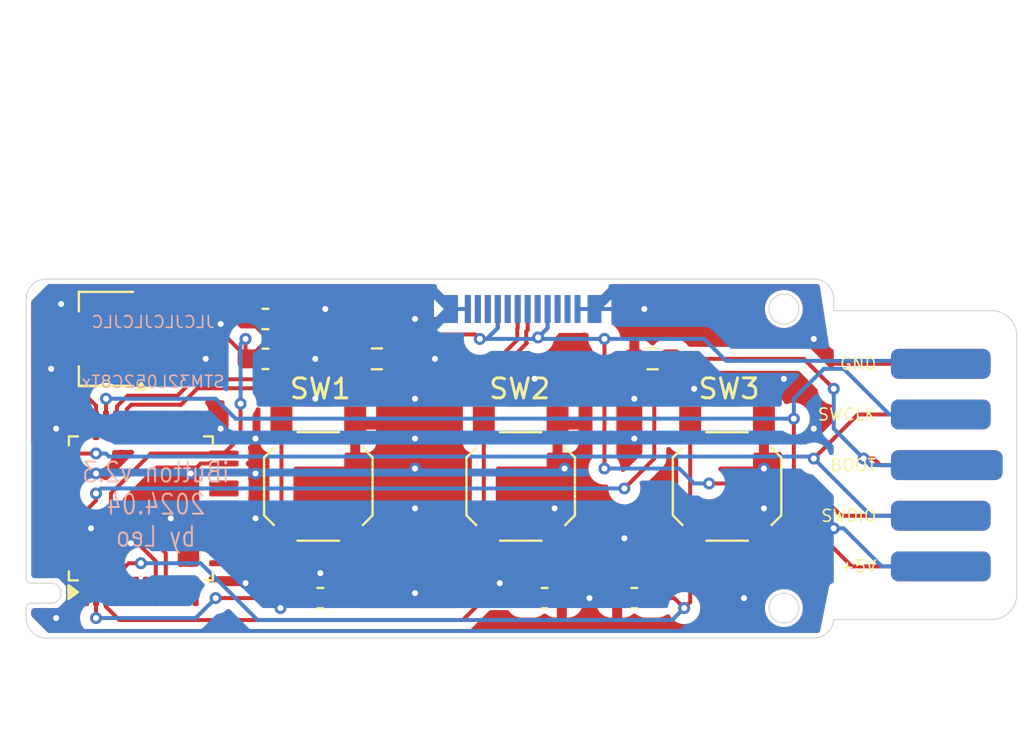
<source format=kicad_pcb>
(kicad_pcb (version 20240108) (generator "pcbnew") (generator_version "8.0")
  (layers (0 "F.Cu" signal) (31 "B.Cu" signal) (34 "B.Paste" user) (35 "F.Paste" user) (36 "B.SilkS" user "B.Silkscreen") (37 "F.SilkS" user "F.Silkscreen") (38 "B.Mask" user) (39 "F.Mask" user) (44 "Edge.Cuts" user))
  (net 0 "")
  (net 1 "/SWDIO")
  (net 2 "GND")
  (net 3 "+3.3V")
  (net 4 "/Boot")
  (net 5 "/SWCLK")
  (net 11 "/Btn1")
  (net 21 "/Btn2")
  (net 31 "/Btn3")
  (net 41 "+5V")
  (net 42 "/D-")
  (net 43 "/D+")
  (footprint "Package_QFP:LQFP-48_7x7mm_P0.5mm" (layer "F.Cu") (at 62.75 39 90)
    (property "Reference" "U1")
    (property "Value" "STM32L052C8Tx")
    (fp_line (start 3.61 -3.61) (end 3.61 -3.16) (stroke (width 0.12)) (layer "F.SilkS"))
    (fp_line (start 3.16 -3.61) (end 3.61 -3.61) (stroke (width 0.12)) (layer "F.SilkS"))
    (fp_line (start -3.16 -3.61) (end -3.61 -3.61) (stroke (width 0.12)) (layer "F.SilkS"))
    (fp_line (start -3.61 -3.61) (end -3.61 -3.16) (stroke (width 0.12)) (layer "F.SilkS"))
    (fp_line (start 3.61 3.61) (end 3.61 3.16) (stroke (width 0.12)) (layer "F.SilkS"))
    (fp_line (start 3.16 3.61) (end 3.61 3.61) (stroke (width 0.12)) (layer "F.SilkS"))
    (fp_line (start -3.16 3.61) (end -3.61 3.61) (stroke (width 0.12)) (layer "F.SilkS"))
    (fp_line (start -3.61 3.61) (end -3.61 3.16) (stroke (width 0.12)) (layer "F.SilkS"))
    (fp_poly (pts (xy -4.2 -3.16) (xy -4.54 -3.63) (xy -3.86 -3.63) (xy -4.2 -3.16)) (stroke (width 0.12)) (fill solid) (layer "F.SilkS"))
    (pad "1" smd roundrect (at -4.1625 -2.75 90) (size 1.475 0.3) (layers "F.Cu" "F.Paste" "F.Mask") (net 3 "+3.3V"))
    (pad "2" smd roundrect (at -4.1625 -2.25 90) (size 1.475 0.3) (layers "F.Cu" "F.Paste" "F.Mask") (net 11 "/Btn1"))
    (pad "3" smd roundrect (at -4.1625 -1.75 90) (size 1.475 0.3) (layers "F.Cu" "F.Paste" "F.Mask") (net 21 "/Btn2"))
    (pad "4" smd roundrect (at -4.1625 -1.25 90) (size 1.475 0.3) (layers "F.Cu" "F.Paste" "F.Mask") (net 31 "/Btn3"))
    (pad "5" smd roundrect (at -4.1625 -0.75 90) (size 1.475 0.3) (layers "F.Cu" "F.Paste" "F.Mask"))
    (pad "6" smd roundrect (at -4.1625 -0.25 90) (size 1.475 0.3) (layers "F.Cu" "F.Paste" "F.Mask"))
    (pad "7" smd roundrect (at -4.1625 0.25 90) (size 1.475 0.3) (layers "F.Cu" "F.Paste" "F.Mask"))
    (pad "8" smd roundrect (at -4.1625 0.75 90) (size 1.475 0.3) (layers "F.Cu" "F.Paste" "F.Mask") (net 2 "GND"))
    (pad "9" smd roundrect (at -4.1625 1.25 90) (size 1.475 0.3) (layers "F.Cu" "F.Paste" "F.Mask") (net 3 "+3.3V"))
    (pad "10" smd roundrect (at -4.1625 1.75 90) (size 1.475 0.3) (layers "F.Cu" "F.Paste" "F.Mask"))
    (pad "11" smd roundrect (at -4.1625 2.25 90) (size 1.475 0.3) (layers "F.Cu" "F.Paste" "F.Mask"))
    (pad "12" smd roundrect (at -4.1625 2.75 90) (size 1.475 0.3) (layers "F.Cu" "F.Paste" "F.Mask"))
    (pad "13" smd roundrect (at -2.75 4.1625 90) (size 0.3 1.475) (layers "F.Cu" "F.Paste" "F.Mask"))
    (pad "14" smd roundrect (at -2.25 4.1625 90) (size 0.3 1.475) (layers "F.Cu" "F.Paste" "F.Mask"))
    (pad "15" smd roundrect (at -1.75 4.1625 90) (size 0.3 1.475) (layers "F.Cu" "F.Paste" "F.Mask"))
    (pad "16" smd roundrect (at -1.25 4.1625 90) (size 0.3 1.475) (layers "F.Cu" "F.Paste" "F.Mask"))
    (pad "17" smd roundrect (at -0.75 4.1625 90) (size 0.3 1.475) (layers "F.Cu" "F.Paste" "F.Mask"))
    (pad "18" smd roundrect (at -0.25 4.1625 90) (size 0.3 1.475) (layers "F.Cu" "F.Paste" "F.Mask"))
    (pad "19" smd roundrect (at 0.25 4.1625 90) (size 0.3 1.475) (layers "F.Cu" "F.Paste" "F.Mask"))
    (pad "20" smd roundrect (at 0.75 4.1625 90) (size 0.3 1.475) (layers "F.Cu" "F.Paste" "F.Mask"))
    (pad "21" smd roundrect (at 1.25 4.1625 90) (size 0.3 1.475) (layers "F.Cu" "F.Paste" "F.Mask"))
    (pad "22" smd roundrect (at 1.75 4.1625 90) (size 0.3 1.475) (layers "F.Cu" "F.Paste" "F.Mask"))
    (pad "23" smd roundrect (at 2.25 4.1625 90) (size 0.3 1.475) (layers "F.Cu" "F.Paste" "F.Mask") (net 2 "GND"))
    (pad "24" smd roundrect (at 2.75 4.1625 90) (size 0.3 1.475) (layers "F.Cu" "F.Paste" "F.Mask") (net 3 "+3.3V"))
    (pad "25" smd roundrect (at 4.1625 2.75 90) (size 1.475 0.3) (layers "F.Cu" "F.Paste" "F.Mask"))
    (pad "26" smd roundrect (at 4.1625 2.25 90) (size 1.475 0.3) (layers "F.Cu" "F.Paste" "F.Mask"))
    (pad "27" smd roundrect (at 4.1625 1.75 90) (size 1.475 0.3) (layers "F.Cu" "F.Paste" "F.Mask"))
    (pad "28" smd roundrect (at 4.1625 1.25 90) (size 1.475 0.3) (layers "F.Cu" "F.Paste" "F.Mask"))
    (pad "29" smd roundrect (at 4.1625 0.75 90) (size 1.475 0.3) (layers "F.Cu" "F.Paste" "F.Mask"))
    (pad "30" smd roundrect (at 4.1625 0.25 90) (size 1.475 0.3) (layers "F.Cu" "F.Paste" "F.Mask"))
    (pad "31" smd roundrect (at 4.1625 -0.25 90) (size 1.475 0.3) (layers "F.Cu" "F.Paste" "F.Mask"))
    (pad "32" smd roundrect (at 4.1625 -0.75 90) (size 1.475 0.3) (layers "F.Cu" "F.Paste" "F.Mask") (net 42 "/D-"))
    (pad "33" smd roundrect (at 4.1625 -1.25 90) (size 1.475 0.3) (layers "F.Cu" "F.Paste" "F.Mask") (net 43 "/D+"))
    (pad "34" smd roundrect (at 4.1625 -1.75 90) (size 1.475 0.3) (layers "F.Cu" "F.Paste" "F.Mask") (net 1 "/SWDIO"))
    (pad "35" smd roundrect (at 4.1625 -2.25 90) (size 1.475 0.3) (layers "F.Cu" "F.Paste" "F.Mask") (net 2 "GND"))
    (pad "36" smd roundrect (at 4.1625 -2.75 90) (size 1.475 0.3) (layers "F.Cu" "F.Paste" "F.Mask"))
    (pad "37" smd roundrect (at 2.75 -4.1625 90) (size 0.3 1.475) (layers "F.Cu" "F.Paste" "F.Mask") (net 5 "/SWCLK"))
    (pad "38" smd roundrect (at 2.25 -4.1625 90) (size 0.3 1.475) (layers "F.Cu" "F.Paste" "F.Mask"))
    (pad "39" smd roundrect (at 1.75 -4.1625 90) (size 0.3 1.475) (layers "F.Cu" "F.Paste" "F.Mask"))
    (pad "40" smd roundrect (at 1.25 -4.1625 90) (size 0.3 1.475) (layers "F.Cu" "F.Paste" "F.Mask"))
    (pad "41" smd roundrect (at 0.75 -4.1625 90) (size 0.3 1.475) (layers "F.Cu" "F.Paste" "F.Mask"))
    (pad "42" smd roundrect (at 0.25 -4.1625 90) (size 0.3 1.475) (layers "F.Cu" "F.Paste" "F.Mask"))
    (pad "43" smd roundrect (at -0.25 -4.1625 90) (size 0.3 1.475) (layers "F.Cu" "F.Paste" "F.Mask"))
    (pad "44" smd roundrect (at -0.75 -4.1625 90) (size 0.3 1.475) (layers "F.Cu" "F.Paste" "F.Mask") (net 4 "/Boot"))
    (pad "45" smd roundrect (at -1.25 -4.1625 90) (size 0.3 1.475) (layers "F.Cu" "F.Paste" "F.Mask"))
    (pad "46" smd roundrect (at -1.75 -4.1625 90) (size 0.3 1.475) (layers "F.Cu" "F.Paste" "F.Mask"))
    (pad "47" smd roundrect (at -2.25 -4.1625 90) (size 0.3 1.475) (layers "F.Cu" "F.Paste" "F.Mask") (net 2 "GND"))
    (pad "48" smd roundrect (at -2.75 -4.1625 90) (size 0.3 1.475) (layers "F.Cu" "F.Paste" "F.Mask") (net 3 "+3.3V"))
  )
  (footprint "Capacitor_SMD:C_0603_1608Metric_Pad1.08x0.95mm_HandSolder" (layer "F.Cu") (at 71.75 43.5)
    (property "Reference" "C3")
    (property "Value" "4.7uF")
    (fp_line (start -0.146267 -0.51) (end 0.146267 -0.51) (stroke (width 0.12)) (layer "F.SilkS"))
    (fp_line (start -0.146267 0.51) (end 0.146267 0.51) (stroke (width 0.12)) (layer "F.SilkS"))
    (pad "1" smd roundrect (at -0.8625 0) (size 1.075 0.95) (layers "F.Cu" "F.Paste" "F.Mask") (net 11 "/Btn1"))
    (pad "2" smd roundrect (at 0.8625 0) (size 1.075 0.95) (layers "F.Cu" "F.Paste" "F.Mask") (net 2 "GND"))
  )
  (footprint "Resistor_SMD:R_0603_1608Metric_Pad0.98x0.95mm_HandSolder" (layer "F.Cu") (at 74.5875 31.5)
    (property "Reference" "R1")
    (property "Value" "1.5k")
    (fp_line (start -0.254724 -0.5225) (end 0.254724 -0.5225) (stroke (width 0.12)) (layer "F.SilkS"))
    (fp_line (start -0.254724 0.5225) (end 0.254724 0.5225) (stroke (width 0.12)) (layer "F.SilkS"))
    (pad "1" smd roundrect (at -0.9125 0) (size 0.975 0.95) (layers "F.Cu" "F.Paste" "F.Mask") (net 3 "+3.3V"))
    (pad "2" smd roundrect (at 0.9125 0) (size 0.975 0.95) (layers "F.Cu" "F.Paste" "F.Mask") (net 43 "/D+"))
  )
  (footprint "wyw-conn:SWD5-Gold" (layer "F.Cu") (at 102.87 36.83 180)
    (property "Reference" "J2")
    (property "Value" "Conn_SWD")
    (pad "1" connect roundrect (at 0 -5.08 180) (size 5 1.5) (layers "F.Cu" "F.Mask") (net 41 "+5V"))
    (pad "2" connect roundrect (at 0 -2.54 180) (size 5 1.5) (layers "F.Cu" "F.Mask") (net 1 "/SWDIO"))
    (pad "3" connect roundrect (at -0.3 0 180) (size 5.6 1.5) (layers "F.Cu" "F.Mask") (net 4 "/Boot"))
    (pad "4" connect roundrect (at 0 2.54 180) (size 5 1.5) (layers "F.Cu" "F.Mask") (net 5 "/SWCLK"))
    (pad "5" connect roundrect (at 0 5.08 180) (size 5 1.5) (layers "F.Cu" "F.Mask") (net 2 "GND"))
  )
  (footprint "Package_TO_SOT_SMD:SOT-89-3_Handsoldering" (layer "F.Cu") (at 61 30.5 180)
    (property "Reference" "U2")
    (property "Value" "AMS1117-3.3")
    (fp_line (start 1.36 2.36) (end -1.36 2.36) (stroke (width 0.12)) (layer "F.SilkS"))
    (fp_line (start 1.36 1.38) (end 1.36 2.36) (stroke (width 0.12)) (layer "F.SilkS"))
    (fp_line (start 1.36 -1.38) (end 1.36 -2.36) (stroke (width 0.12)) (layer "F.SilkS"))
    (fp_line (start -1.22 -2.36) (end 1.36 -2.36) (stroke (width 0.12)) (layer "F.SilkS"))
    (fp_line (start -1.36 -2.36) (end 1.36 -2.36) (stroke (width 0.12)) (layer "F.SilkS"))
    (fp_poly (pts (xy -1.77 -2.21) (xy -2.01 -2.54) (xy -1.53 -2.54) (xy -1.77 -2.21)) (stroke (width 0.12)) (fill solid) (layer "F.SilkS"))
    (pad "1" smd roundrect (at -2.45 -1.5 180) (size 2.3 0.9) (layers "F.Cu" "F.Paste" "F.Mask") (net 2 "GND"))
    (pad "2" smd custom (at -2.3625 0 180) (size 2.475 0.9) (layers "F.Cu" "F.Paste" "F.Mask") (net 3 "+3.3V") (options (clearance outline) (anchor rect)) (primitives (gr_poly (pts (xy 5.3625 0.8665) (xy 1.2375 0.8665) (xy 1.2375 -0.8665) (xy 5.3625 -0.8665)) (width 0) (fill yes))))
    (pad "3" smd roundrect (at -2.45 1.5 180) (size 2.3 0.9) (layers "F.Cu" "F.Paste" "F.Mask") (net 41 "+5V"))
  )
  (footprint "Capacitor_SMD:C_0603_1608Metric_Pad1.08x0.95mm_HandSolder" (layer "F.Cu") (at 69 29.5)
    (property "Reference" "C2")
    (property "Value" "10uF")
    (fp_line (start -0.146267 -0.51) (end 0.146267 -0.51) (stroke (width 0.12)) (layer "F.SilkS"))
    (fp_line (start -0.146267 0.51) (end 0.146267 0.51) (stroke (width 0.12)) (layer "F.SilkS"))
    (pad "1" smd roundrect (at -0.8625 0) (size 1.075 0.95) (layers "F.Cu" "F.Paste" "F.Mask") (net 41 "+5V"))
    (pad "2" smd roundrect (at 0.8625 0) (size 1.075 0.95) (layers "F.Cu" "F.Paste" "F.Mask") (net 2 "GND"))
  )
  (footprint "Button_Switch_SMD:SW_SPST_SKQG_WithoutStem" (layer "F.Cu") (at 81.8 37.9 90)
    (property "Reference" "SW2" (at 4.9 -0.05 0) (layer "F.SilkS"))
    (property "Value" "Button_user")
    (fp_line (start 1.45 -2.72) (end 1.94 -2.23) (stroke (width 0.12)) (layer "F.SilkS"))
    (fp_line (start -1.45 -2.72) (end 1.45 -2.72) (stroke (width 0.12)) (layer "F.SilkS"))
    (fp_line (start -1.45 -2.72) (end -1.94 -2.23) (stroke (width 0.12)) (layer "F.SilkS"))
    (fp_line (start 2.72 1.04) (end 2.72 -1.04) (stroke (width 0.12)) (layer "F.SilkS"))
    (fp_line (start -2.72 1.04) (end -2.72 -1.04) (stroke (width 0.12)) (layer "F.SilkS"))
    (fp_line (start 1.45 2.72) (end 1.94 2.23) (stroke (width 0.12)) (layer "F.SilkS"))
    (fp_line (start -1.45 2.72) (end -1.94 2.23) (stroke (width 0.12)) (layer "F.SilkS"))
    (fp_line (start -1.45 2.72) (end 1.45 2.72) (stroke (width 0.12)) (layer "F.SilkS"))
    (pad "1" smd rect (at -3.1 -1.85 90) (size 1.8 1.1) (layers "F.Cu" "F.Paste" "F.Mask") (net 21 "/Btn2"))
    (pad "1" smd rect (at 3.1 -1.85 90) (size 1.8 1.1) (layers "F.Cu" "F.Paste" "F.Mask") (net 21 "/Btn2"))
    (pad "2" smd rect (at -3.1 1.85 90) (size 1.8 1.1) (layers "F.Cu" "F.Paste" "F.Mask") (net 2 "GND"))
    (pad "2" smd rect (at 3.1 1.85 90) (size 1.8 1.1) (layers "F.Cu" "F.Paste" "F.Mask") (net 2 "GND"))
    (zone (net 0) (net_name "") (layer "F.Cu") (connect_pads (clearance 0)) (min_thickness 0.254)
      (keepout (tracks not_allowed) (vias not_allowed) (pads not_allowed) (copperpour not_allowed) (footprints not_allowed))
      (fill (thermal_gap 0.508) (thermal_bridge_width 0.508))
      (polygon (pts (xy 80.5 36.9) (xy 80.5 33.9) (xy 83.1 33.9) (xy 83.1 36.9)))
    )
    (zone (net 0) (net_name "") (layer "F.Cu") (connect_pads (clearance 0)) (min_thickness 0.254)
      (keepout (tracks not_allowed) (vias not_allowed) (pads not_allowed) (copperpour not_allowed) (footprints not_allowed))
      (fill (thermal_gap 0.508) (thermal_bridge_width 0.508))
      (polygon (pts (xy 80.5 41.9) (xy 80.5 38.9) (xy 83.1 38.9) (xy 83.1 41.9)))
    )
  )
  (footprint "Button_Switch_SMD:SW_SPST_SKQG_WithoutStem" (layer "F.Cu") (at 71.65 37.9 90)
    (property "Reference" "SW1" (at 4.9 0.1 0) (layer "F.SilkS"))
    (property "Value" "Button_user")
    (fp_line (start 1.45 -2.72) (end 1.94 -2.23) (stroke (width 0.12)) (layer "F.SilkS"))
    (fp_line (start -1.45 -2.72) (end 1.45 -2.72) (stroke (width 0.12)) (layer "F.SilkS"))
    (fp_line (start -1.45 -2.72) (end -1.94 -2.23) (stroke (width 0.12)) (layer "F.SilkS"))
    (fp_line (start 2.72 1.04) (end 2.72 -1.04) (stroke (width 0.12)) (layer "F.SilkS"))
    (fp_line (start -2.72 1.04) (end -2.72 -1.04) (stroke (width 0.12)) (layer "F.SilkS"))
    (fp_line (start 1.45 2.72) (end 1.94 2.23) (stroke (width 0.12)) (layer "F.SilkS"))
    (fp_line (start -1.45 2.72) (end -1.94 2.23) (stroke (width 0.12)) (layer "F.SilkS"))
    (fp_line (start -1.45 2.72) (end 1.45 2.72) (stroke (width 0.12)) (layer "F.SilkS"))
    (pad "1" smd rect (at -3.1 -1.85 90) (size 1.8 1.1) (layers "F.Cu" "F.Paste" "F.Mask") (net 11 "/Btn1"))
    (pad "1" smd rect (at 3.1 -1.85 90) (size 1.8 1.1) (layers "F.Cu" "F.Paste" "F.Mask") (net 11 "/Btn1"))
    (pad "2" smd rect (at -3.1 1.85 90) (size 1.8 1.1) (layers "F.Cu" "F.Paste" "F.Mask") (net 2 "GND"))
    (pad "2" smd rect (at 3.1 1.85 90) (size 1.8 1.1) (layers "F.Cu" "F.Paste" "F.Mask") (net 2 "GND"))
    (zone (net 0) (net_name "") (layer "F.Cu") (connect_pads (clearance 0)) (min_thickness 0.254)
      (keepout (tracks not_allowed) (vias not_allowed) (pads not_allowed) (copperpour not_allowed) (footprints not_allowed))
      (fill (thermal_gap 0.508) (thermal_bridge_width 0.508))
      (polygon (pts (xy 70.35 36.9) (xy 70.35 33.9) (xy 72.95 33.9) (xy 72.95 36.9)))
    )
    (zone (net 0) (net_name "") (layer "F.Cu") (connect_pads (clearance 0)) (min_thickness 0.254)
      (keepout (tracks not_allowed) (vias not_allowed) (pads not_allowed) (copperpour not_allowed) (footprints not_allowed))
      (fill (thermal_gap 0.508) (thermal_bridge_width 0.508))
      (polygon (pts (xy 70.35 41.9) (xy 70.35 38.9) (xy 72.95 38.9) (xy 72.95 41.9)))
    )
  )
  (footprint "wyw-conn:USB_C_Male" (layer "F.Cu") (at 81.9 25.6 180)
    (property "Reference" "P1")
    (property "Value" "USB_C_2.0")
    (pad "A1" smd rect (at 2.75 -3.4 180) (size 0.3 1.4) (layers "F.Cu" "F.Paste" "F.Mask") (net 2 "GND"))
    (pad "A2" smd rect (at 2.25 -3.4 180) (size 0.3 1.4) (layers "F.Cu" "F.Paste" "F.Mask"))
    (pad "A3" smd rect (at 1.75 -3.4 180) (size 0.3 1.4) (layers "F.Cu" "F.Paste" "F.Mask"))
    (pad "A4" smd rect (at 1.25 -3.4 180) (size 0.3 1.4) (layers "F.Cu" "F.Paste" "F.Mask") (net 41 "+5V"))
    (pad "A5" smd rect (at 0.75 -3.4 180) (size 0.3 1.4) (layers "F.Cu" "F.Paste" "F.Mask"))
    (pad "A6" smd rect (at 0.25 -3.4 180) (size 0.3 1.4) (layers "F.Cu" "F.Paste" "F.Mask") (net 43 "/D+"))
    (pad "A7" smd rect (at -0.25 -3.4 180) (size 0.3 1.4) (layers "F.Cu" "F.Paste" "F.Mask") (net 42 "/D-"))
    (pad "A8" smd rect (at -0.75 -3.4 180) (size 0.3 1.4) (layers "F.Cu" "F.Paste" "F.Mask"))
    (pad "A9" smd rect (at -1.25 -3.4 180) (size 0.3 1.4) (layers "F.Cu" "F.Paste" "F.Mask") (net 41 "+5V"))
    (pad "A10" smd rect (at -1.75 -3.4 180) (size 0.3 1.4) (layers "F.Cu" "F.Paste" "F.Mask"))
    (pad "A11" smd rect (at -2.25 -3.4 180) (size 0.3 1.4) (layers "F.Cu" "F.Paste" "F.Mask"))
    (pad "A12" smd rect (at -2.75 -3.4 180) (size 0.3 1.4) (layers "F.Cu" "F.Paste" "F.Mask") (net 2 "GND"))
    (pad "B1" smd rect (at -2.75 -3.4 180) (size 0.3 1.4) (layers "B.Cu" "B.Paste" "B.Mask") (net 2 "GND"))
    (pad "B2" smd rect (at -2.25 -3.4 180) (size 0.3 1.4) (layers "B.Cu" "B.Paste" "B.Mask"))
    (pad "B3" smd rect (at -1.75 -3.4 180) (size 0.3 1.4) (layers "B.Cu" "B.Paste" "B.Mask"))
    (pad "B4" smd rect (at -1.25 -3.4 180) (size 0.3 1.4) (layers "B.Cu" "B.Paste" "B.Mask") (net 41 "+5V"))
    (pad "B5" smd rect (at -0.75 -3.4 180) (size 0.3 1.4) (layers "B.Cu" "B.Paste" "B.Mask"))
    (pad "B6" smd rect (at -0.25 -3.4 180) (size 0.3 1.4) (layers "B.Cu" "B.Paste" "B.Mask"))
    (pad "B7" smd rect (at 0.25 -3.4 180) (size 0.3 1.4) (layers "B.Cu" "B.Paste" "B.Mask"))
    (pad "B8" smd rect (at 0.75 -3.4 180) (size 0.3 1.4) (layers "B.Cu" "B.Paste" "B.Mask"))
    (pad "B9" smd rect (at 1.25 -3.4 180) (size 0.3 1.4) (layers "B.Cu" "B.Paste" "B.Mask") (net 41 "+5V"))
    (pad "B10" smd rect (at 1.75 -3.4 180) (size 0.3 1.4) (layers "B.Cu" "B.Paste" "B.Mask"))
    (pad "B11" smd rect (at 2.25 -3.4 180) (size 0.3 1.4) (layers "B.Cu" "B.Paste" "B.Mask"))
    (pad "B12" smd rect (at 2.75 -3.4 180) (size 0.3 1.4) (layers "B.Cu" "B.Paste" "B.Mask") (net 2 "GND"))
    (pad "S1" smd rect (at -3.6 -3.4 180) (size 0.7 1.4) (layers "F.Cu" "F.Paste" "F.Mask") (net 2 "GND"))
    (pad "S1" smd rect (at -3.6 -3.4 180) (size 0.7 1.4) (layers "B.Cu" "B.Paste" "B.Mask") (net 2 "GND"))
    (pad "S1" smd rect (at 3.6 -3.4 180) (size 0.7 1.4) (layers "F.Cu" "F.Paste" "F.Mask") (net 2 "GND"))
    (pad "S1" smd rect (at 3.6 -3.4 180) (size 0.7 1.4) (layers "B.Cu" "B.Paste" "B.Mask") (net 2 "GND"))
  )
  (footprint "Capacitor_SMD:C_0603_1608Metric_Pad1.08x0.95mm_HandSolder" (layer "F.Cu") (at 69 31.5)
    (property "Reference" "C1")
    (property "Value" "10uF")
    (fp_line (start -0.146267 -0.51) (end 0.146267 -0.51) (stroke (width 0.12)) (layer "F.SilkS"))
    (fp_line (start -0.146267 0.51) (end 0.146267 0.51) (stroke (width 0.12)) (layer "F.SilkS"))
    (pad "1" smd roundrect (at -0.8625 0) (size 1.075 0.95) (layers "F.Cu" "F.Paste" "F.Mask") (net 3 "+3.3V"))
    (pad "2" smd roundrect (at 0.8625 0) (size 1.075 0.95) (layers "F.Cu" "F.Paste" "F.Mask") (net 2 "GND"))
  )
  (footprint "Resistor_SMD:R_0603_1608Metric_Pad0.98x0.95mm_HandSolder" (layer "F.Cu") (at 88.4125 31.5 180)
    (property "Reference" "R2")
    (property "Value" "10k")
    (fp_line (start -0.254724 0.5225) (end 0.254724 0.5225) (stroke (width 0.12)) (layer "F.SilkS"))
    (fp_line (start -0.254724 -0.5225) (end 0.254724 -0.5225) (stroke (width 0.12)) (layer "F.SilkS"))
    (pad "1" smd roundrect (at -0.9125 0 180) (size 0.975 0.95) (layers "F.Cu" "F.Paste" "F.Mask") (net 4 "/Boot"))
    (pad "2" smd roundrect (at 0.9125 0 180) (size 0.975 0.95) (layers "F.Cu" "F.Paste" "F.Mask") (net 2 "GND"))
  )
  (footprint "Capacitor_SMD:C_0603_1608Metric_Pad1.08x0.95mm_HandSolder" (layer "F.Cu") (at 87.5 43.5 180)
    (property "Reference" "C5")
    (property "Value" "4.7uF")
    (fp_line (start -0.146267 0.51) (end 0.146267 0.51) (stroke (width 0.12)) (layer "F.SilkS"))
    (fp_line (start -0.146267 -0.51) (end 0.146267 -0.51) (stroke (width 0.12)) (layer "F.SilkS"))
    (pad "1" smd roundrect (at -0.8625 0 180) (size 1.075 0.95) (layers "F.Cu" "F.Paste" "F.Mask") (net 31 "/Btn3"))
    (pad "2" smd roundrect (at 0.8625 0 180) (size 1.075 0.95) (layers "F.Cu" "F.Paste" "F.Mask") (net 2 "GND"))
  )
  (footprint "Button_Switch_SMD:SW_SPST_SKQG_WithoutStem" (layer "F.Cu") (at 92.15 37.9 90)
    (property "Reference" "SW3" (at 4.9 0.1 0) (layer "F.SilkS"))
    (property "Value" "Button_user")
    (fp_line (start 1.45 -2.72) (end 1.94 -2.23) (stroke (width 0.12)) (layer "F.SilkS"))
    (fp_line (start -1.45 -2.72) (end 1.45 -2.72) (stroke (width 0.12)) (layer "F.SilkS"))
    (fp_line (start -1.45 -2.72) (end -1.94 -2.23) (stroke (width 0.12)) (layer "F.SilkS"))
    (fp_line (start 2.72 1.04) (end 2.72 -1.04) (stroke (width 0.12)) (layer "F.SilkS"))
    (fp_line (start -2.72 1.04) (end -2.72 -1.04) (stroke (width 0.12)) (layer "F.SilkS"))
    (fp_line (start 1.45 2.72) (end 1.94 2.23) (stroke (width 0.12)) (layer "F.SilkS"))
    (fp_line (start -1.45 2.72) (end -1.94 2.23) (stroke (width 0.12)) (layer "F.SilkS"))
    (fp_line (start -1.45 2.72) (end 1.45 2.72) (stroke (width 0.12)) (layer "F.SilkS"))
    (pad "1" smd rect (at -3.1 -1.85 90) (size 1.8 1.1) (layers "F.Cu" "F.Paste" "F.Mask") (net 31 "/Btn3"))
    (pad "1" smd rect (at 3.1 -1.85 90) (size 1.8 1.1) (layers "F.Cu" "F.Paste" "F.Mask") (net 31 "/Btn3"))
    (pad "2" smd rect (at -3.1 1.85 90) (size 1.8 1.1) (layers "F.Cu" "F.Paste" "F.Mask") (net 2 "GND"))
    (pad "2" smd rect (at 3.1 1.85 90) (size 1.8 1.1) (layers "F.Cu" "F.Paste" "F.Mask") (net 2 "GND"))
    (zone (net 0) (net_name "") (layer "F.Cu") (connect_pads (clearance 0)) (min_thickness 0.254)
      (keepout (tracks not_allowed) (vias not_allowed) (pads not_allowed) (copperpour not_allowed) (footprints not_allowed))
      (fill (thermal_gap 0.508) (thermal_bridge_width 0.508))
      (polygon (pts (xy 90.85 36.9) (xy 90.85 33.9) (xy 93.45 33.9) (xy 93.45 36.9)))
    )
    (zone (net 0) (net_name "") (layer "F.Cu") (connect_pads (clearance 0)) (min_thickness 0.254)
      (keepout (tracks not_allowed) (vias not_allowed) (pads not_allowed) (copperpour not_allowed) (footprints not_allowed))
      (fill (thermal_gap 0.508) (thermal_bridge_width 0.508))
      (polygon (pts (xy 90.85 41.9) (xy 90.85 38.9) (xy 93.45 38.9) (xy 93.45 41.9)))
    )
  )
  (footprint "Capacitor_SMD:C_0603_1608Metric_Pad1.08x0.95mm_HandSolder" (layer "F.Cu") (at 83 43.5)
    (property "Reference" "C4")
    (property "Value" "4.7uF")
    (fp_line (start -0.146267 -0.51) (end 0.146267 -0.51) (stroke (width 0.12)) (layer "F.SilkS"))
    (fp_line (start -0.146267 0.51) (end 0.146267 0.51) (stroke (width 0.12)) (layer "F.SilkS"))
    (pad "1" smd roundrect (at -0.8625 0) (size 1.075 0.95) (layers "F.Cu" "F.Paste" "F.Mask") (net 21 "/Btn2"))
    (pad "2" smd roundrect (at 0.8625 0) (size 1.075 0.95) (layers "F.Cu" "F.Paste" "F.Mask") (net 2 "GND"))
  )
  (footprint "wyw-conn:SWD5-Gold" (layer "B.Cu") (at 102.87 36.83 180)
    (property "Reference" "J1")
    (property "Value" "Conn_SWD")
    (pad "1" connect roundrect (at 0 5.08 180) (size 5 1.5) (layers "B.Cu" "B.Mask") (net 41 "+5V"))
    (pad "2" connect roundrect (at 0 2.54 180) (size 5 1.5) (layers "B.Cu" "B.Mask") (net 1 "/SWDIO"))
    (pad "3" connect roundrect (at -0.3 0 180) (size 5.6 1.5) (layers "B.Cu" "B.Mask") (net 4 "/Boot"))
    (pad "4" connect roundrect (at 0 -2.54 180) (size 5 1.5) (layers "B.Cu" "B.Mask") (net 5 "/SWCLK"))
    (pad "5" connect roundrect (at 0 -5.08 180) (size 5 1.5) (layers "B.Cu" "B.Mask") (net 2 "GND"))
  )
  (gr_line (start 57.25 43.75) (end 58.25 43.75) (stroke (width 0.05)) (layer "Edge.Cuts"))
  (gr_arc (start 57 28.5) (mid 57.292893 27.792893) (end 58 27.5) (stroke (width 0.05)) (layer "Edge.Cuts"))
  (gr_line (start 57 44) (end 57 44.5) (stroke (width 0.05)) (layer "Edge.Cuts"))
  (gr_circle (center 95 44) (end 95.75 44) (stroke (width 0.05)) (fill none) (layer "Edge.Cuts"))
  (gr_arc (start 57 44) (mid 57.073223 43.823223) (end 57.25 43.75) (stroke (width 0.05)) (layer "Edge.Cuts"))
  (gr_arc (start 57.25 42.75) (mid 57.073223 42.676777) (end 57 42.5) (stroke (width 0.05)) (layer "Edge.Cuts"))
  (gr_line (start 105.41 29.083) (end 97.5 29.083) (stroke (width 0.05)) (layer "Edge.Cuts"))
  (gr_line (start 96.5 27.5) (end 58 27.5) (stroke (width 0.05)) (layer "Edge.Cuts"))
  (gr_circle (center 95 29) (end 95.75 29) (stroke (width 0.05)) (fill none) (layer "Edge.Cuts"))
  (gr_line (start 58.25 42.75) (end 57.25 42.75) (stroke (width 0.05)) (layer "Edge.Cuts"))
  (gr_line (start 105.41 44.577) (end 97.5 44.577) (stroke (width 0.05)) (layer "Edge.Cuts"))
  (gr_line (start 58 45.5) (end 96.5 45.5) (stroke (width 0.05)) (layer "Edge.Cuts"))
  (gr_line (start 106.68 30.353) (end 106.68 43.307) (stroke (width 0.05)) (layer "Edge.Cuts"))
  (gr_arc (start 105.41 29.083) (mid 106.308026 29.454974) (end 106.68 30.353) (stroke (width 0.05)) (layer "Edge.Cuts"))
  (gr_arc (start 97.5 44.577) (mid 97.181433 45.23592) (end 96.5 45.50296) (stroke (width 0.05)) (layer "Edge.Cuts"))
  (gr_line (start 57 28.5) (end 57 42.5) (stroke (width 0.05)) (layer "Edge.Cuts"))
  (gr_arc (start 106.68 43.307) (mid 106.308026 44.205026) (end 105.41 44.577) (stroke (width 0.05)) (layer "Edge.Cuts"))
  (gr_line (start 97.5 28.5) (end 97.5 29.083) (stroke (width 0.05)) (layer "Edge.Cuts"))
  (gr_arc (start 58.25 42.75) (mid 58.75 43.25) (end 58.25 43.75) (stroke (width 0.05)) (layer "Edge.Cuts"))
  (gr_arc (start 58 45.5) (mid 57.292893 45.207107) (end 57 44.5) (stroke (width 0.05)) (layer "Edge.Cuts"))
  (gr_arc (start 96.5 27.5) (mid 97.207107 27.792893) (end 97.5 28.5) (stroke (width 0.05)) (layer "Edge.Cuts"))
  (gr_text "STM32L052C8Tx" (at 67 33 0) (layer "B.SilkS") (effects (font (size 0.6 0.6) (thickness 0.08)) (justify left bottom mirror)))
  (gr_text "JLCJLCJLCJLC" (at 66.5 30 0) (layer "B.SilkS") (effects (font (size 0.6 0.6) (thickness 0.08)) (justify left bottom mirror)))
  (gr_text "iButton v2.3\n2024.04\nby Leo" (at 63.5 41 0) (layer "B.SilkS") (effects (font (size 1 0.8) (thickness 0.1)) (justify bottom mirror)))
  (gr_text "SWDIO" (at 99.695 39.37 0) (layer "F.SilkS") (effects (font (size 0.6 0.6) (thickness 0.08)) (justify right)))
  (gr_text "SWCLK" (at 99.695 34.29 0) (layer "F.SilkS") (effects (font (size 0.6 0.6) (thickness 0.08)) (justify right)))
  (gr_text "BOOT" (at 99.695 36.83 0) (layer "F.SilkS") (effects (font (size 0.6 0.6) (thickness 0.08)) (justify right)))
  (gr_text "GND" (at 99.695 31.75 0) (layer "F.SilkS") (effects (font (size 0.6 0.6) (thickness 0.08)) (justify right)))
  (gr_text "+5V" (at 99.695 41.91 0) (layer "F.SilkS") (effects (font (size 0.6 0.6) (thickness 0.08)) (justify right)))
  (segment (start 95.5 37) (end 97.87 39.37) (width 0.2) (layer "F.Cu") (net 1))
  (segment (start 61 33.5) (end 61 34.8375) (width 0.2) (layer "F.Cu") (net 1))
  (segment (start 95.5 34.5) (end 95.5 37) (width 0.2) (layer "F.Cu") (net 1))
  (segment (start 97.87 39.37) (end 102.87 39.37) (width 0.2) (layer "F.Cu") (net 1))
  (via (at 61 33.5) (size 0.6) (drill 0.3) (layers "F.Cu" "B.Cu") (net 1))
  (via (at 95.5 34.5) (size 0.6) (drill 0.3) (layers "F.Cu" "B.Cu") (net 1))
  (segment (start 61.75 33.5) (end 61.5 33.5) (width 0.2) (layer "B.Cu") (net 1))
  (segment (start 67.5 34.5) (end 66.5 33.5) (width 0.2) (layer "B.Cu") (net 1))
  (segment (start 97 32) (end 95.5 33.5) (width 0.2) (layer "B.Cu") (net 1))
  (segment (start 95.5 33.5) (end 95.5 34.5) (width 0.2) (layer "B.Cu") (net 1))
  (segment (start 102.87 34.29) (end 100.29 34.29) (width 0.2) (layer "B.Cu") (net 1))
  (segment (start 68 34.5) (end 95.5 34.5) (width 0.2) (layer "B.Cu") (net 1))
  (segment (start 61.5 33.5) (end 61 33.5) (width 0.2) (layer "B.Cu") (net 1))
  (segment (start 66.5 33.5) (end 61.75 33.5) (width 0.2) (layer "B.Cu") (net 1))
  (segment (start 100.29 34.29) (end 98 32) (width 0.2) (layer "B.Cu") (net 1))
  (segment (start 68 34.5) (end 67.5 34.5) (width 0.2) (layer "B.Cu") (net 1))
  (segment (start 98 32) (end 97 32) (width 0.2) (layer "B.Cu") (net 1))
  (segment (start 78 29.5) (end 76.5 29.5) (width 0.2) (layer "F.Cu") (net 2))
  (segment (start 63.45 32) (end 65.5 32) (width 0.2) (layer "F.Cu") (net 2))
  (segment (start 94.5 37) (end 97.5 40) (width 0.2) (layer "F.Cu") (net 2))
  (segment (start 63.5 43.1625) (end 63.5 41.651471) (width 0.2) (layer "F.Cu") (net 2))
  (segment (start 60.5 33.848529) (end 60.151471 33.5) (width 0.2) (layer "F.Cu") (net 2))
  (segment (start 62.598529 40.75) (end 62.25 40.75) (width 0.2) (layer "F.Cu") (net 2))
  (segment (start 58.5 44.5) (end 59.15 45.15) (width 0.2) (layer "F.Cu") (net 2))
  (segment (start 97.25 31.75) (end 102.87 31.75) (width 0.2) (layer "F.Cu") (net 2))
  (segment (start 60.151471 33.5) (end 59.25 33.5) (width 0.2) (layer "F.Cu") (net 2))
  (segment (start 65.5 32) (end 66 31.5) (width 0.2) (layer "F.Cu") (net 2))
  (segment (start 57.35 29.15) (end 57.35 31.65) (width 0.2) (layer "F.Cu") (net 2))
  (segment (start 78.3 29.2) (end 78 29.5) (width 0.2) (layer "F.Cu") (net 2))
  (segment (start 97 31.5) (end 97.25 31.75) (width 0.2) (layer "F.Cu") (net 2))
  (segment (start 59.15 45.15) (end 79.75 45.15) (width 0.2) (layer "F.Cu") (net 2))
  (segment (start 78.3 29) (end 79.15 29) (width 0.2) (layer "F.Cu") (net 2))
  (segment (start 65.75 36.75) (end 65.25 37.25) (width 0.2) (layer "F.Cu") (net 2))
  (segment (start 97 31) (end 97 31.5) (width 0.2) (layer "F.Cu") (net 2))
  (segment (start 78.3 29) (end 78.3 29.2) (width 0.2) (layer "F.Cu") (net 2))
  (segment (start 84.65 29) (end 85.5 29) (width 0.2) (layer "F.Cu") (net 2))
  (segment (start 58.5 34.25) (end 58.5 35) (width 0.2) (layer "F.Cu") (net 2))
  (segment (start 60.25 40.35741) (end 60.25 40) (width 0.2) (layer "F.Cu") (net 2))
  (segment (start 60.5 34.8375) (end 60.5 33.848529) (width 0.2) (layer "F.Cu") (net 2))
  (segment (start 66.9125 36.75) (end 65.75 36.75) (width 0.2) (layer "F.Cu") (net 2))
  (segment (start 63.5 41.651471) (end 62.598529 40.75) (width 0.2) (layer "F.Cu") (net 2))
  (segment (start 59.25 33.5) (end 58.5 34.25) (width 0.2) (layer "F.Cu") (net 2))
  (segment (start 85.5 29) (end 88 29) (width 0.2) (layer "F.Cu") (net 2))
  (segment (start 57.7 32) (end 58.25 32) (width 0.2) (layer "F.Cu") (net 2))
  (segment (start 58.5875 41.25) (end 59.35741 41.25) (width 0.2) (layer "F.Cu") (net 2))
  (segment (start 59.35741 41.25) (end 60.25 40.35741) (width 0.2) (layer "F.Cu") (net 2))
  (segment (start 96.5 30.5) (end 97 31) (width 0.2) (layer "F.Cu") (net 2))
  (segment (start 57.35 31.65) (end 57.7 32) (width 0.2) (layer "F.Cu") (net 2))
  (segment (start 69.8625 31.5) (end 71.5 31.5) (width 0.2) (layer "F.Cu") (net 2))
  (segment (start 57.75 28.75) (end 57.35 29.15) (width 0.2) (layer "F.Cu") (net 2))
  (segment (start 94 37) (end 94.5 37) (width 0.2) (layer "F.Cu") (net 2))
  (segment (start 58.75 28.75) (end 57.75 28.75) (width 0.2) (layer "F.Cu") (net 2))
  (segment (start 63.45 32) (end 58.25 32) (width 0.2) (layer "F.Cu") (net 2))
  (via (at 71.5 33.5) (size 0.6) (drill 0.3) (layers "F.Cu" "B.Cu") (net 2))
  (via (at 94 37) (size 0.6) (drill 0.3) (layers "F.Cu" "B.Cu") (net 2))
  (via (at 68 42.75) (size 0.6) (drill 0.3) (layers "F.Cu" "B.Cu") (net 2))
  (via (at 87.5 33.5) (size 0.6) (drill 0.3) (layers "F.Cu" "B.Cu") (net 2))
  (via (at 97.5 40) (size 0.6) (drill 0.3) (layers "F.Cu" "B.Cu") (net 2))
  (via (at 77.5 31.5) (size 0.6) (drill 0.3) (layers "F.Cu" "B.Cu") (net 2))
  (via (at 58.5 44.5) (size 0.6) (drill 0.3) (layers "F.Cu" "B.Cu") (net 2))
  (via (at 66.75 29.75) (size 0.6) (drill 0.3) (layers "F.Cu" "B.Cu") (net 2))
  (via (at 96.5 30.5) (size 0.6) (drill 0.3) (layers "F.Cu" "B.Cu") (net 2))
  (via (at 76.5 33.5) (size 0.6) (drill 0.3) (layers "F.Cu" "B.Cu") (net 2))
  (via (at 58.75 28.75) (size 0.6) (drill 0.3) (layers "F.Cu" "B.Cu") (net 2))
  (via (at 93 43.5) (size 0.6) (drill 0.3) (layers "F.Cu" "B.Cu") (net 2))
  (via (at 80.75 42.75) (size 0.6) (drill 0.3) (layers "F.Cu" "B.Cu") (net 2))
  (via (at 58.5 35) (size 0.6) (drill 0.3) (layers "F.Cu" "B.Cu") (net 2))
  (via (at 71.5 31.5) (size 0.6) (drill 0.3) (layers "F.Cu" "B.Cu") (net 2))
  (via (at 68.5 39.5) (size 0.6) (drill 0.3) (layers "F.Cu" "B.Cu") (net 2))
  (via (at 76.5 29.5) (size 0.6) (drill 0.3) (layers "F.Cu" "B.Cu") (net 2))
  (via (at 68.5 35.5) (size 0.6) (drill 0.3) (layers "F.Cu" "B.Cu") (net 2))
  (via (at 96.5 35) (size 0.6) (drill 0.3) (layers "F.Cu" "B.Cu") (net 2))
  (via (at 66 31.5) (size 0.6) (drill 0.3) (layers "F.Cu" "B.Cu") (net 2))
  (via (at 71.75 42.25) (size 0.6) (drill 0.3) (layers "F.Cu" "B.Cu") (net 2))
  (via (at 87 40.5) (size 0.6) (drill 0.3) (layers "F.Cu" "B.Cu") (net 2))
  (via (at 94 39) (size 0.6) (drill 0.3) (layers "F.Cu" "B.Cu") (net 2))
  (via (at 76.5 37) (size 0.6) (drill 0.3) (layers "F.Cu" "B.Cu") (net 2))
  (via (at 69.75 44) (size 0.6) (drill 0.3) (layers "F.Cu" "B.Cu") (net 2))
  (via (at 68.5 37.25) (size 0.6) (drill 0.3) (layers "F.Cu" "B.Cu") (net 2))
  (via (at 58.25 32) (size 0.6) (drill 0.3) (layers "F.Cu" "B.Cu") (net 2))
  (via (at 88 29) (size 0.6) (drill 0.3) (layers "F.Cu" "B.Cu") (net 2))
  (via (at 60.25 40) (size 0.6) (drill 0.3) (layers "F.Cu" "B.Cu") (net 2))
  (via (at 76.5 39) (size 0.6) (drill 0.3) (layers "F.Cu" "B.Cu") (net 2))
  (via (at 64.25 39.5) (size 0.6) (drill 0.3) (layers "F.Cu" "B.Cu") (net 2))
  (via (at 66.75 35) (size 0.6) (drill 0.3) (layers "F.Cu" "B.Cu") (net 2))
  (via (at 82.5 32.5) (size 0.6) (drill 0.3) (layers "F.Cu" "B.Cu") (net 2))
  (via (at 83.5 39) (size 0.6) (drill 0.3) (layers "F.Cu" "B.Cu") (net 2))
  (via (at 87.5 35.5) (size 0.6) (drill 0.3) (layers "F.Cu" "B.Cu") (net 2))
  (via (at 62.25 40.75) (size 0.6) (drill 0.3) (layers "F.Cu" "B.Cu") (net 2))
  (via (at 76.5 35.5) (size 0.6) (drill 0.3) (layers "F.Cu" "B.Cu") (net 2))
  (via (at 72 29) (size 0.6) (drill 0.3) (layers "F.Cu" "B.Cu") (net 2))
  (via (at 85.25 43.5) (size 0.6) (drill 0.3) (layers "F.Cu" "B.Cu") (net 2))
  (via (at 95 32.5) (size 0.6) (drill 0.3) (layers "F.Cu" "B.Cu") (net 2))
  (via (at 84 37) (size 0.6) (drill 0.3) (layers "F.Cu" "B.Cu") (net 2))
  (via (at 65.25 37.25) (size 0.6) (drill 0.3) (layers "F.Cu" "B.Cu") (net 2))
  (via (at 60.5 37.25) (size 0.6) (drill 0.3) (layers "F.Cu" "B.Cu") (net 2))
  (via (at 76.5 43.25) (size 0.6) (drill 0.3) (layers "F.Cu" "B.Cu") (net 2))
  (via (at 90.5 33) (size 0.6) (drill 0.3) (layers "F.Cu" "B.Cu") (net 2))
  (segment (start 58.5 44.5) (end 59.15 45.15) (width 0.2) (layer "B.Cu") (net 2))
  (segment (start 91.35 45.15) (end 93 43.5) (width 0.2) (layer "B.Cu") (net 2))
  (segment (start 98 40) (end 97.5 40) (width 0.2) (layer "B.Cu") (net 2))
  (segment (start 85.5 29) (end 84.65 29) (width 0.2) (layer "B.Cu") (net 2))
  (segment (start 99.91 41.91) (end 98.5 40.5) (width 0.2) (layer "B.Cu") (net 2))
  (segment (start 98.5 40.5) (end 98 40) (width 0.2) (layer "B.Cu") (net 2))
  (segment (start 78.3 29) (end 79.15 29) (width 0.2) (layer "B.Cu") (net 2))
  (segment (start 102.87 41.91) (end 99.91 41.91) (width 0.2) (layer "B.Cu") (net 2))
  (segment (start 59.15 45.15) (end 91.35 45.15) (width 0.2) (layer "B.Cu") (net 2))
  (segment (start 85.5 29) (end 88 29) (width 0.2) (layer "B.Cu") (net 2))
  (segment (start 58.5875 41.75) (end 60 41.75) (width 0.2) (layer "F.Cu") (net 3))
  (segment (start 67.75 35.4125) (end 67.75 33.75) (width 0.2) (layer "F.Cu") (net 3))
  (segment (start 67.6625 33.8375) (end 67.75 33.75) (width 0.2) (layer "F.Cu") (net 3))
  (segment (start 63.25 36.25) (end 61.25 38.25) (width 0.2) (layer "F.Cu") (net 3))
  (segment (start 68.1375 31.5) (end 67.1375 30.5) (width 0.2) (layer "F.Cu") (net 3))
  (segment (start 67.1375 30.5) (end 63.3625 30.5) (width 0.2) (layer "F.Cu") (net 3))
  (segment (start 61.25 38.25) (end 61.25 39.85741) (width 0.2) (layer "F.Cu") (net 3))
  (segment (start 68.9125 30.725) (end 72.9 30.725) (width 0.2) (layer "F.Cu") (net 3))
  (segment (start 63.3625 30.5) (end 61 30.5) (width 0.2) (layer "F.Cu") (net 3))
  (segment (start 60 41.75) (end 61.25 40.5) (width 0.2) (layer "F.Cu") (net 3))
  (segment (start 68 31.3625) (end 68.1375 31.5) (width 0.2) (layer "F.Cu") (net 3))
  (segment (start 60 43.1625) (end 60 41.75) (width 0.2) (layer "F.Cu") (net 3))
  (segment (start 66.9125 36.25) (end 63.25 36.25) (width 0.2) (layer "F.Cu") (net 3))
  (segment (start 68.1375 31.5) (end 68.9125 30.725) (width 0.2) (layer "F.Cu") (net 3))
  (segment (start 64 41.25) (end 62.60741 39.85741) (width 0.2) (layer "F.Cu") (net 3))
  (segment (start 72.9 30.725) (end 73.675 31.5) (width 0.2) (layer "F.Cu") (net 3))
  (segment (start 68 30.5) (end 68 31.3625) (width 0.2) (layer "F.Cu") (net 3))
  (segment (start 64 43.1625) (end 64 41.25) (width 0.2) (layer "F.Cu") (net 3))
  (segment (start 62.60741 39.85741) (end 61.25 39.85741) (width 0.2) (layer "F.Cu") (net 3))
  (segment (start 66.9125 36.25) (end 67.75 35.4125) (width 0.2) (layer "F.Cu") (net 3))
  (segment (start 61.25 40.5) (end 61.25 39.85741) (width 0.2) (layer "F.Cu") (net 3))
  (via (at 68 30.5) (size 0.6) (drill 0.3) (layers "F.Cu" "B.Cu") (net 3))
  (via (at 67.75 33.75) (size 0.6) (drill 0.3) (layers "F.Cu" "B.Cu") (net 3))
  (segment (start 67.75 33.75) (end 67.75 30.75) (width 0.2) (layer "B.Cu") (net 3))
  (segment (start 67.75 30.75) (end 68 30.5) (width 0.2) (layer "B.Cu") (net 3))
  (segment (start 60.5 38.60741) (end 60.5 38.25) (width 0.2) (layer "F.Cu") (net 4))
  (segment (start 89.325 32.675) (end 89.325 31.5) (width 0.2) (layer "F.Cu") (net 4))
  (segment (start 88.5 33.5) (end 89.325 32.675) (width 0.2) (layer "F.Cu") (net 4))
  (segment (start 99.83 36.83) (end 103.17 36.83) (width 0.2) (layer "F.Cu") (net 4))
  (segment (start 99.5 36.5) (end 99.83 36.83) (width 0.2) (layer "F.Cu") (net 4))
  (segment (start 87 38) (end 88.5 36.5) (width 0.2) (layer "F.Cu") (net 4))
  (segment (start 89.325 31.5) (end 96 31.5) (width 0.2) (layer "F.Cu") (net 4))
  (segment (start 96 31.5) (end 97.5 33) (width 0.2) (layer "F.Cu") (net 4))
  (segment (start 58.5875 39.75) (end 59.35741 39.75) (width 0.2) (layer "F.Cu") (net 4))
  (segment (start 99 36.5) (end 99.5 36.5) (width 0.2) (layer "F.Cu") (net 4))
  (segment (start 59.35741 39.75) (end 60.5 38.60741) (width 0.2) (layer "F.Cu") (net 4))
  (segment (start 88.5 36.5) (end 88.5 33.5) (width 0.2) (layer "F.Cu") (net 4))
  (via (at 87 38) (size 0.6) (drill 0.3) (layers "F.Cu" "B.Cu") (net 4))
  (via (at 99 36.5) (size 0.6) (drill 0.3) (layers "F.Cu" "B.Cu") (net 4))
  (via (at 97.5 33) (size 0.6) (drill 0.3) (layers "F.Cu" "B.Cu") (net 4))
  (via (at 60.5 38.25) (size 0.6) (drill 0.3) (layers "F.Cu" "B.Cu") (net 4))
  (segment (start 97.5 35) (end 99 36.5) (width 0.2) (layer "B.Cu") (net 4))
  (segment (start 99.33 36.83) (end 99 36.5) (width 0.2) (layer "B.Cu") (net 4))
  (segment (start 103.17 36.83) (end 99.33 36.83) (width 0.2) (layer "B.Cu") (net 4))
  (segment (start 97.5 33) (end 97.5 35) (width 0.2) (layer "B.Cu") (net 4))
  (segment (start 60.5 38.25) (end 60.75 38) (width 0.2) (layer "B.Cu") (net 4))
  (segment (start 60.75 38) (end 87 38) (width 0.2) (layer "B.Cu") (net 4))
  (segment (start 60.5 36.25) (end 58.5875 36.25) (width 0.2) (layer "F.Cu") (net 5))
  (segment (start 96.5 36.5) (end 98.71 34.29) (width 0.2) (layer "F.Cu") (net 5))
  (segment (start 98.71 34.29) (end 102.87 34.29) (width 0.2) (layer "F.Cu") (net 5))
  (via (at 60.5 36.25) (size 0.6) (drill 0.3) (layers "F.Cu" "B.Cu") (net 5))
  (via (at 96.5 36.5) (size 0.6) (drill 0.3) (layers "F.Cu" "B.Cu") (net 5))
  (segment (start 99.37 39.37) (end 96.5 36.5) (width 0.2) (layer "B.Cu") (net 5))
  (segment (start 96.4 36.4) (end 61.15 36.4) (width 0.2) (layer "B.Cu") (net 5))
  (segment (start 61 36.25) (end 60.5 36.25) (width 0.2) (layer "B.Cu") (net 5))
  (segment (start 102.87 39.37) (end 99.37 39.37) (width 0.2) (layer "B.Cu") (net 5))
  (segment (start 96.5 36.5) (end 96.4 36.4) (width 0.2) (layer "B.Cu") (net 5))
  (segment (start 61.15 36.4) (end 61 36.25) (width 0.2) (layer "B.Cu") (net 5))
  (segment (start 69.8 41) (end 69.8 34.8) (width 0.2) (layer "F.Cu") (net 11))
  (segment (start 60.5 44.5) (end 60.5 43.1625) (width 0.2) (layer "F.Cu") (net 11))
  (segment (start 70.8875 43.5) (end 69.8 42.4125) (width 0.2) (layer "F.Cu") (net 11))
  (segment (start 69.8 42.4125) (end 69.8 41) (width 0.2) (layer "F.Cu") (net 11))
  (segment (start 68.7125 43.5) (end 66.5 43.5) (width 0.2) (layer "F.Cu") (net 11))
  (segment (start 69.8 42.4125) (end 68.7125 43.5) (width 0.2) (layer "F.Cu") (net 11))
  (via (at 66.5 43.5) (size 0.6) (drill 0.3) (layers "F.Cu" "B.Cu") (net 11))
  (via (at 60.5 44.5) (size 0.6) (drill 0.3) (layers "F.Cu" "B.Cu") (net 11))
  (segment (start 65.5 44.5) (end 66.5 43.5) (width 0.2) (layer "B.Cu") (net 11))
  (segment (start 60.5 44.5) (end 65.5 44.5) (width 0.2) (layer "B.Cu") (net 11))
  (segment (start 61.66759 44.6) (end 78.9 44.6) (width 0.2) (layer "F.Cu") (net 21))
  (segment (start 82.1375 43.5) (end 79.95 43.5) (width 0.2) (layer "F.Cu") (net 21))
  (segment (start 61 43.1625) (end 61 43.93241) (width 0.2) (layer "F.Cu") (net 21))
  (segment (start 61 43.93241) (end 61.66759 44.6) (width 0.2) (layer "F.Cu") (net 21))
  (segment (start 78.9 44.6) (end 79.95 43.55) (width 0.2) (layer "F.Cu") (net 21))
  (segment (start 79.95 41) (end 79.95 34.8) (width 0.2) (layer "F.Cu") (net 21))
  (segment (start 79.95 43.55) (end 79.95 43.5) (width 0.2) (layer "F.Cu") (net 21))
  (segment (start 79.95 41) (end 79.95 43.5) (width 0.2) (layer "F.Cu") (net 21))
  (segment (start 88.3625 43.5) (end 89.5 43.5) (width 0.2) (layer "F.Cu") (net 31))
  (segment (start 62.14259 41.75) (end 62.75 41.75) (width 0.2) (layer "F.Cu") (net 31))
  (segment (start 90.3 41) (end 90.3 43.7) (width 0.2) (layer "F.Cu") (net 31))
  (segment (start 90.3 43.7) (end 90 44) (width 0.2) (layer "F.Cu") (net 31))
  (segment (start 89.5 43.5) (end 90 44) (width 0.2) (layer "F.Cu") (net 31))
  (segment (start 61.5 43.1625) (end 61.5 42.39259) (width 0.2) (layer "F.Cu") (net 31))
  (segment (start 61.5 42.39259) (end 62.14259 41.75) (width 0.2) (layer "F.Cu") (net 31))
  (segment (start 90.3 41) (end 90.3 34.8) (width 0.2) (layer "F.Cu") (net 31))
  (via (at 90 44) (size 0.6) (drill 0.3) (layers "F.Cu" "B.Cu") (net 31))
  (via (at 62.75 41.75) (size 0.6) (drill 0.3) (layers "F.Cu" "B.Cu") (net 31))
  (segment (start 62.75 41.75) (end 65.75 41.75) (width 0.2) (layer "B.Cu") (net 31))
  (segment (start 68.6 44.6) (end 89.4 44.6) (width 0.2) (layer "B.Cu") (net 31))
  (segment (start 89.4 44.6) (end 90 44) (width 0.2) (layer "B.Cu") (net 31))
  (segment (start 65.75 41.75) (end 68.6 44.6) (width 0.2) (layer "B.Cu") (net 31))
  (segment (start 80.1 30.5) (end 80.65 29.95) (width 0.2) (layer "F.Cu") (net 41))
  (segment (start 67.6375 29) (end 68.1375 29.5) (width 0.2) (layer "F.Cu") (net 41))
  (segment (start 86 37) (end 86 30.5) (width 0.2) (layer "F.Cu") (net 41))
  (segment (start 68.9125 30.275) (end 79.525 30.275) (width 0.2) (layer "F.Cu") (net 41))
  (segment (start 94.25 37.75) (end 91.25 37.75) (width 0.2) (layer "F.Cu") (net 41))
  (segment (start 68.1375 29.5) (end 68.9125 30.275) (width 0.2) (layer "F.Cu") (net 41))
  (segment (start 63.45 29) (end 67.6375 29) (width 0.2) (layer "F.Cu") (net 41))
  (segment (start 79.525 30.275) (end 79.75 30.5) (width 0.2) (layer "F.Cu") (net 41))
  (segment (start 79.75 30.5) (end 80.1 30.5) (width 0.2) (layer "F.Cu") (net 41))
  (segment (start 83.15 29) (end 83.15 29.95) (width 0.2) (layer "F.Cu") (net 41))
  (segment (start 83.15 29.95) (end 82.675 30.425) (width 0.2) (layer "F.Cu") (net 41))
  (segment (start 102.87 41.91) (end 98.41 41.91) (width 0.2) (layer "F.Cu") (net 41))
  (segment (start 80.65 29.95) (end 80.65 29) (width 0.2) (layer "F.Cu") (net 41))
  (segment (start 98.41 41.91) (end 94.25 37.75) (width 0.2) (layer "F.Cu") (net 41))
  (via (at 79.75 30.5) (size 0.6) (drill 0.3) (layers "F.Cu" "B.Cu") (net 41))
  (via (at 82.675 30.425) (size 0.6) (drill 0.3) (layers "F.Cu" "B.Cu") (net 41))
  (via (at 91.25 37.75) (size 0.6) (drill 0.3) (layers "F.Cu" "B.Cu") (net 41))
  (via (at 86 30.5) (size 0.6) (drill 0.3) (layers "F.Cu" "B.Cu") (net 41))
  (via (at 86 37) (size 0.6) (drill 0.3) (layers "F.Cu" "B.Cu") (net 41))
  (segment (start 82.6 30.5) (end 79.75 30.5) (width 0.2) (layer "B.Cu") (net 41))
  (segment (start 86 30.5) (end 82.75 30.5) (width 0.2) (layer "B.Cu") (net 41))
  (segment (start 82.75 30.5) (end 82.675 30.425) (width 0.2) (layer "B.Cu") (net 41))
  (segment (start 83.15 29.95) (end 82.675 30.425) (width 0.2) (layer "B.Cu") (net 41))
  (segment (start 80.65 29) (end 80.65 29.95) (width 0.2) (layer "B.Cu") (net 41))
  (segment (start 80.1 30.5) (end 79.75 30.5) (width 0.2) (layer "B.Cu") (net 41))
  (segment (start 102.72 31.6) (end 92.1 31.6) (width 0.2) (layer "B.Cu") (net 41))
  (segment (start 90.5 37.75) (end 89.75 37) (width 0.2) (layer "B.Cu") (net 41))
  (segment (start 89.75 37) (end 86 37) (width 0.2) (layer "B.Cu") (net 41))
  (segment (start 92.1 31.6) (end 91 30.5) (width 0.2) (layer "B.Cu") (net 41))
  (segment (start 102.87 31.75) (end 102.72 31.6) (width 0.2) (layer "B.Cu") (net 41))
  (segment (start 91.25 37.75) (end 90.5 37.75) (width 0.2) (layer "B.Cu") (net 41))
  (segment (start 83.15 29) (end 83.15 29.95) (width 0.2) (layer "B.Cu") (net 41))
  (segment (start 80.65 29.95) (end 80.1 30.5) (width 0.2) (layer "B.Cu") (net 41))
  (segment (start 91 30.5) (end 86 30.5) (width 0.2) (layer "B.Cu") (net 41))
  (segment (start 82.675 30.425) (end 82.6 30.5) (width 0.2) (layer "B.Cu") (net 41))
  (segment (start 82.15 29) (end 82.15 30.050001) (width 0.2) (layer "F.Cu") (net 42))
  (segment (start 79.8432 32.975) (end 76.823529 32.975) (width 0.2) (layer "F.Cu") (net 42))
  (segment (start 64.750305 33.817895) (end 64.73241 33.8) (width 0.2) (layer "F.Cu") (net 42))
  (segment (start 71.748529 32.9) (end 71.251471 32.9) (width 0.2) (layer "F.Cu") (net 42))
  (segment (start 65.5932 32.975) (end 64.750305 33.817895) (width 0.2) (layer "F.Cu") (net 42))
  (segment (start 71.251471 32.9) (end 71.176471 32.975) (width 0.2) (layer "F.Cu") (net 42))
  (segment (start 82.075 30.673529) (end 82.109836 30.708364) (width 0.2) (layer "F.Cu") (net 42))
  (segment (start 71.823529 32.975) (end 71.748529 32.9) (width 0.2) (layer "F.Cu") (net 42))
  (segment (start 64.73241 33.8) (end 62.26759 33.8) (width 0.2) (layer "F.Cu") (net 42))
  (segment (start 82.109836 30.708364) (end 79.8432 32.975) (width 0.2) (layer "F.Cu") (net 42))
  (segment (start 76.251471 32.9) (end 76.176471 32.975) (width 0.2) (layer "F.Cu") (net 42))
  (segment (start 82.075 30.125001) (end 82.075 30.673529) (width 0.2) (layer "F.Cu") (net 42))
  (segment (start 82.15 29) (end 82.125001 29.024999) (width 0.2) (layer "F.Cu") (net 42))
  (segment (start 62.05 34.01759) (end 62.05 34.8375) (width 0.2) (layer "F.Cu") (net 42))
  (segment (start 82.15 30.050001) (end 82.075 30.125001) (width 0.2) (layer "F.Cu") (net 42))
  (segment (start 62.26759 33.8) (end 62.05 34.01759) (width 0.2) (layer "F.Cu") (net 42))
  (segment (start 62.05 34.8375) (end 62 34.8375) (width 0.2) (layer "F.Cu") (net 42))
  (segment (start 76.176471 32.975) (end 71.823529 32.975) (width 0.2) (layer "F.Cu") (net 42))
  (segment (start 71.176471 32.975) (end 65.5932 32.975) (width 0.2) (layer "F.Cu") (net 42))
  (segment (start 76.748529 32.9) (end 76.251471 32.9) (width 0.2) (layer "F.Cu") (net 42))
  (segment (start 76.823529 32.975) (end 76.748529 32.9) (width 0.2) (layer "F.Cu") (net 42))
  (segment (start 61.55 34.7875) (end 61.5 34.8375) (width 0.2) (layer "F.Cu") (net 43))
  (segment (start 62.081202 33.35002) (end 61.55 33.881222) (width 0.2) (layer "F.Cu") (net 43))
  (segment (start 75.5 32.275) (end 75.75 32.525) (width 0.2) (layer "F.Cu") (net 43))
  (segment (start 75.75 32.525) (end 75.990103 32.525) (width 0.2) (layer "F.Cu") (net 43))
  (segment (start 76.065083 32.45002) (end 76.934917 32.45002) (width 0.2) (layer "F.Cu") (net 43))
  (segment (start 76.934917 32.45002) (end 77.009897 32.525) (width 0.2) (layer "F.Cu") (net 43))
  (segment (start 71.065083 32.45002) (end 71.934917 32.45002) (width 0.2) (layer "F.Cu") (net 43))
  (segment (start 81.65 29.965103) (end 81.65 29) (width 0.2) (layer "F.Cu") (net 43))
  (segment (start 75.990103 32.525) (end 76.065083 32.45002) (width 0.2) (layer "F.Cu") (net 43))
  (segment (start 79.6568 32.525) (end 81.625019 30.556781) (width 0.2) (layer "F.Cu") (net 43))
  (segment (start 81.625019 30.556781) (end 81.625019 29.990084) (width 0.2) (layer "F.Cu") (net 43))
  (segment (start 81.65 29) (end 81.674999 29.024999) (width 0.2) (layer "F.Cu") (net 43))
  (segment (start 64.58178 33.35002) (end 62.081202 33.35002) (width 0.2) (layer "F.Cu") (net 43))
  (segment (start 65.4068 32.525) (end 70.990103 32.525) (width 0.2) (layer "F.Cu") (net 43))
  (segment (start 61.55 33.881222) (end 61.55 34.7875) (width 0.2) (layer "F.Cu") (net 43))
  (segment (start 75.5 31.5) (end 75.5 32.275) (width 0.2) (layer "F.Cu") (net 43))
  (segment (start 72.009897 32.525) (end 75.75 32.525) (width 0.2) (layer "F.Cu") (net 43))
  (segment (start 64.58178 33.35002) (end 65.4068 32.525) (width 0.2) (layer "F.Cu") (net 43))
  (segment (start 71.934917 32.45002) (end 72.009897 32.525) (width 0.2) (layer "F.Cu") (net 43))
  (segment (start 81.625019 29.990084) (end 81.65 29.965103) (width 0.2) (layer "F.Cu") (net 43))
  (segment (start 70.990103 32.525) (end 71.065083 32.45002) (width 0.2) (layer "F.Cu") (net 43))
  (segment (start 77.009897 32.525) (end 79.6568 32.525) (width 0.2) (layer "F.Cu") (net 43))
  (zone (net 2) (net_name "GND") (layer "F.Cu") (connect_pads (clearance 0.5)) (min_thickness 0.25) (fill yes (thermal_gap 0.5) (thermal_bridge_width 0.5))
    (polygon (pts (xy 56.5 27) (xy 97.5 27) (xy 97.5 46) (xy 56.5 46)))
  )
  (zone (net 2) (net_name "GND") (layer "B.Cu") (priority 1) (connect_pads (clearance 0.5)) (min_thickness 0.25) (fill yes (thermal_gap 0.5) (thermal_bridge_width 0.5))
    (polygon (pts (xy 56.5 27) (xy 97.5 27) (xy 97.5 46) (xy 56.5 46)))
  )
)
</source>
